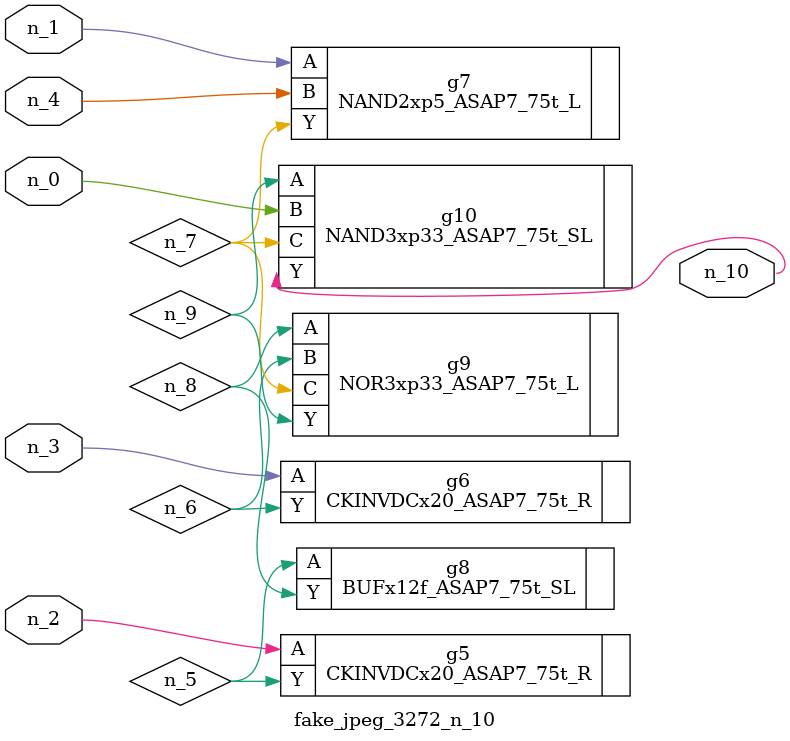
<source format=v>
module fake_jpeg_3272_n_10 (n_3, n_2, n_1, n_0, n_4, n_10);

input n_3;
input n_2;
input n_1;
input n_0;
input n_4;

output n_10;

wire n_8;
wire n_9;
wire n_6;
wire n_5;
wire n_7;

CKINVDCx20_ASAP7_75t_R g5 ( 
.A(n_2),
.Y(n_5)
);

CKINVDCx20_ASAP7_75t_R g6 ( 
.A(n_3),
.Y(n_6)
);

NAND2xp5_ASAP7_75t_L g7 ( 
.A(n_1),
.B(n_4),
.Y(n_7)
);

BUFx12f_ASAP7_75t_SL g8 ( 
.A(n_5),
.Y(n_8)
);

NOR3xp33_ASAP7_75t_L g9 ( 
.A(n_8),
.B(n_6),
.C(n_7),
.Y(n_9)
);

NAND3xp33_ASAP7_75t_SL g10 ( 
.A(n_9),
.B(n_0),
.C(n_7),
.Y(n_10)
);


endmodule
</source>
